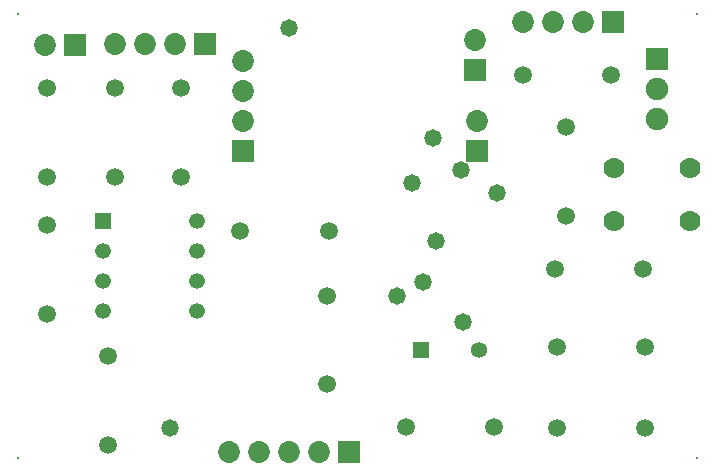
<source format=gbs>
G04*
G04 #@! TF.GenerationSoftware,Altium Limited,Altium Designer,24.2.2 (26)*
G04*
G04 Layer_Color=16711935*
%FSLAX44Y44*%
%MOMM*%
G71*
G04*
G04 #@! TF.SameCoordinates,F2C55401-2C48-4F77-8023-E721376540C6*
G04*
G04*
G04 #@! TF.FilePolarity,Negative*
G04*
G01*
G75*
%ADD23C,0.2032*%
%ADD24C,1.5032*%
%ADD25C,1.8532*%
%ADD26R,1.8532X1.8532*%
%ADD27R,1.9032X1.9032*%
%ADD28C,1.9032*%
%ADD29C,1.3332*%
%ADD30R,1.3332X1.3332*%
%ADD31R,1.8532X1.8532*%
%ADD32C,1.7782*%
%ADD33C,1.3582*%
%ADD34R,1.3582X1.3582*%
%ADD35C,1.4732*%
D23*
X12000Y12000D02*
D03*
Y388000D02*
D03*
D03*
X587000Y12000D02*
D03*
Y388000D02*
D03*
D24*
X93500Y325000D02*
D03*
Y250000D02*
D03*
X476000Y291999D02*
D03*
Y217000D02*
D03*
X543000Y106000D02*
D03*
X468000D02*
D03*
X200000Y204000D02*
D03*
X275000D02*
D03*
X273000Y149000D02*
D03*
Y74000D02*
D03*
X340000Y38000D02*
D03*
X415000D02*
D03*
X88000Y23000D02*
D03*
Y98000D02*
D03*
X150000Y250000D02*
D03*
Y325000D02*
D03*
X36000Y250000D02*
D03*
Y325000D02*
D03*
X36000Y134000D02*
D03*
Y209000D02*
D03*
X439000Y336000D02*
D03*
X514000D02*
D03*
X468000Y37000D02*
D03*
X543000D02*
D03*
X466000Y172000D02*
D03*
X541000D02*
D03*
D25*
X202000Y347800D02*
D03*
Y322400D02*
D03*
Y297000D02*
D03*
X400000Y297000D02*
D03*
X399000Y365400D02*
D03*
X439600Y381000D02*
D03*
X465000D02*
D03*
X490400D02*
D03*
X93600Y362000D02*
D03*
X119000D02*
D03*
X144400D02*
D03*
X34600Y361000D02*
D03*
X190600Y17000D02*
D03*
X216000D02*
D03*
X241400D02*
D03*
X266800D02*
D03*
D26*
X202000Y271600D02*
D03*
X400000Y271600D02*
D03*
X399000Y340000D02*
D03*
D27*
X553000Y349400D02*
D03*
D28*
Y324000D02*
D03*
Y298600D02*
D03*
D29*
X163000Y212200D02*
D03*
Y186800D02*
D03*
Y161400D02*
D03*
Y136000D02*
D03*
X83600D02*
D03*
Y161400D02*
D03*
Y186800D02*
D03*
D30*
Y212200D02*
D03*
D31*
X515800Y381000D02*
D03*
X169800Y362000D02*
D03*
X60000Y361000D02*
D03*
X292200Y17000D02*
D03*
D32*
X581000Y257000D02*
D03*
Y212000D02*
D03*
X516000D02*
D03*
Y257000D02*
D03*
D33*
X402000Y103000D02*
D03*
D34*
X353200D02*
D03*
D35*
X365252Y195072D02*
D03*
X388112Y126746D02*
D03*
X241046Y375666D02*
D03*
X417068Y236220D02*
D03*
X387000Y255524D02*
D03*
X363000Y282599D02*
D03*
X140462Y37084D02*
D03*
X344932Y244348D02*
D03*
X332740Y148590D02*
D03*
X355000Y160782D02*
D03*
M02*

</source>
